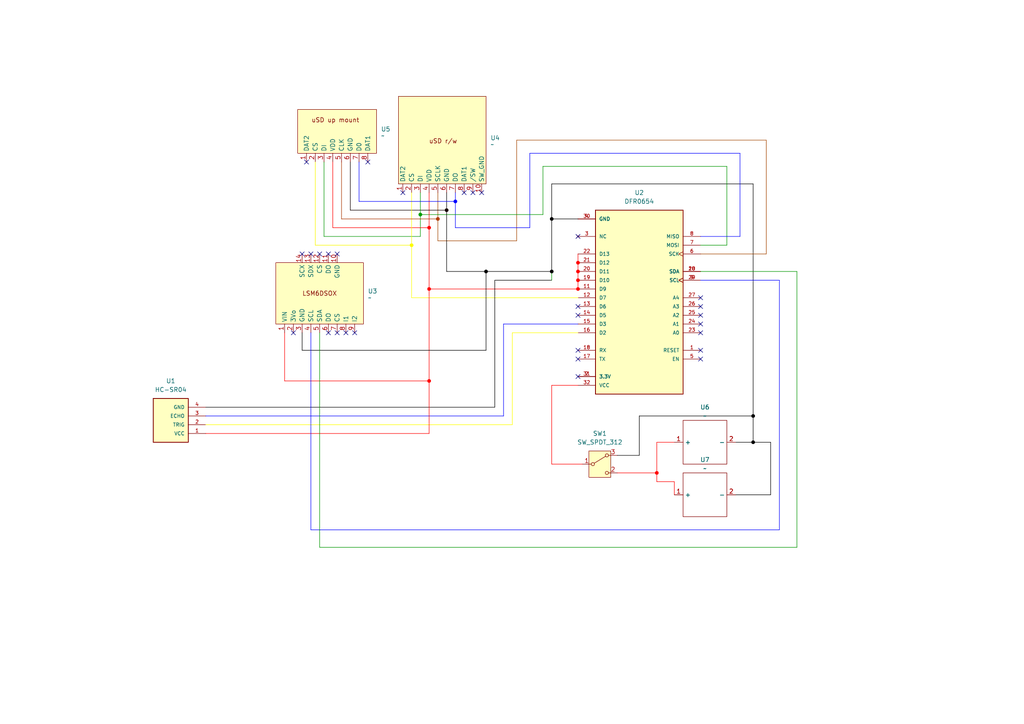
<source format=kicad_sch>
(kicad_sch
	(version 20231120)
	(generator "eeschema")
	(generator_version "8.0")
	(uuid "5f03be96-74fe-4c06-80f9-3781f1b12b86")
	(paper "A4")
	(lib_symbols
		(symbol "Singing Poles Symbols:Accelerometer"
			(exclude_from_sim no)
			(in_bom yes)
			(on_board yes)
			(property "Reference" "U"
				(at -11.43 10.16 0)
				(effects
					(font
						(size 1.27 1.27)
					)
				)
			)
			(property "Value" ""
				(at -8.128 6.35 0)
				(effects
					(font
						(size 1.27 1.27)
					)
				)
			)
			(property "Footprint" ""
				(at -8.128 6.35 0)
				(effects
					(font
						(size 1.27 1.27)
					)
					(hide yes)
				)
			)
			(property "Datasheet" ""
				(at -8.128 6.35 0)
				(effects
					(font
						(size 1.27 1.27)
					)
					(hide yes)
				)
			)
			(property "Description" ""
				(at -8.128 6.35 0)
				(effects
					(font
						(size 1.27 1.27)
					)
					(hide yes)
				)
			)
			(symbol "Accelerometer_1_1"
				(rectangle
					(start -12.7 8.89)
					(end 12.7 -8.89)
					(stroke
						(width 0)
						(type default)
					)
					(fill
						(type background)
					)
				)
				(text "LSM6DSOX"
					(at 0 0 0)
					(effects
						(font
							(size 1.27 1.27)
						)
					)
				)
				(pin input line
					(at -10.16 -11.43 90)
					(length 2.54)
					(name "VIN"
						(effects
							(font
								(size 1.27 1.27)
							)
						)
					)
					(number "1"
						(effects
							(font
								(size 1.27 1.27)
							)
						)
					)
				)
				(pin input line
					(at 5.08 11.43 270)
					(length 2.54)
					(name "GND"
						(effects
							(font
								(size 1.27 1.27)
							)
						)
					)
					(number "10"
						(effects
							(font
								(size 1.27 1.27)
							)
						)
					)
				)
				(pin input line
					(at 2.54 11.43 270)
					(length 2.54)
					(name "DO"
						(effects
							(font
								(size 1.27 1.27)
							)
						)
					)
					(number "11"
						(effects
							(font
								(size 1.27 1.27)
							)
						)
					)
				)
				(pin input line
					(at 0 11.43 270)
					(length 2.54)
					(name "CS"
						(effects
							(font
								(size 1.27 1.27)
							)
						)
					)
					(number "12"
						(effects
							(font
								(size 1.27 1.27)
							)
						)
					)
				)
				(pin input line
					(at -2.54 11.43 270)
					(length 2.54)
					(name "SDX"
						(effects
							(font
								(size 1.27 1.27)
							)
						)
					)
					(number "13"
						(effects
							(font
								(size 1.27 1.27)
							)
						)
					)
				)
				(pin input line
					(at -5.08 11.43 270)
					(length 2.54)
					(name "SCX"
						(effects
							(font
								(size 1.27 1.27)
							)
						)
					)
					(number "14"
						(effects
							(font
								(size 1.27 1.27)
							)
						)
					)
				)
				(pin input line
					(at -7.62 -11.43 90)
					(length 2.54)
					(name "3Vo"
						(effects
							(font
								(size 1.27 1.27)
							)
						)
					)
					(number "2"
						(effects
							(font
								(size 1.27 1.27)
							)
						)
					)
				)
				(pin input line
					(at -5.08 -11.43 90)
					(length 2.54)
					(name "GND"
						(effects
							(font
								(size 1.27 1.27)
							)
						)
					)
					(number "3"
						(effects
							(font
								(size 1.27 1.27)
							)
						)
					)
				)
				(pin input line
					(at -2.54 -11.43 90)
					(length 2.54)
					(name "SCL"
						(effects
							(font
								(size 1.27 1.27)
							)
						)
					)
					(number "4"
						(effects
							(font
								(size 1.27 1.27)
							)
						)
					)
				)
				(pin input line
					(at 0 -11.43 90)
					(length 2.54)
					(name "SDA"
						(effects
							(font
								(size 1.27 1.27)
							)
						)
					)
					(number "5"
						(effects
							(font
								(size 1.27 1.27)
							)
						)
					)
				)
				(pin input line
					(at 2.54 -11.43 90)
					(length 2.54)
					(name "DO"
						(effects
							(font
								(size 1.27 1.27)
							)
						)
					)
					(number "6"
						(effects
							(font
								(size 1.27 1.27)
							)
						)
					)
				)
				(pin input line
					(at 5.08 -11.43 90)
					(length 2.54)
					(name "CS"
						(effects
							(font
								(size 1.27 1.27)
							)
						)
					)
					(number "7"
						(effects
							(font
								(size 1.27 1.27)
							)
						)
					)
				)
				(pin input line
					(at 7.62 -11.43 90)
					(length 2.54)
					(name "I1"
						(effects
							(font
								(size 1.27 1.27)
							)
						)
					)
					(number "8"
						(effects
							(font
								(size 1.27 1.27)
							)
						)
					)
				)
				(pin input line
					(at 10.16 -11.43 90)
					(length 2.54)
					(name "I2"
						(effects
							(font
								(size 1.27 1.27)
							)
						)
					)
					(number "9"
						(effects
							(font
								(size 1.27 1.27)
							)
						)
					)
				)
			)
		)
		(symbol "Singing Poles Symbols:Battery"
			(exclude_from_sim no)
			(in_bom yes)
			(on_board yes)
			(property "Reference" "U"
				(at -5.08 7.874 0)
				(effects
					(font
						(size 1.27 1.27)
					)
				)
			)
			(property "Value" ""
				(at 0 0 0)
				(effects
					(font
						(size 1.27 1.27)
					)
				)
			)
			(property "Footprint" ""
				(at 0 0 0)
				(effects
					(font
						(size 1.27 1.27)
					)
					(hide yes)
				)
			)
			(property "Datasheet" ""
				(at 0 0 0)
				(effects
					(font
						(size 1.27 1.27)
					)
					(hide yes)
				)
			)
			(property "Description" ""
				(at 0 0 0)
				(effects
					(font
						(size 1.27 1.27)
					)
					(hide yes)
				)
			)
			(symbol "Battery_0_1"
				(rectangle
					(start -6.35 6.35)
					(end 6.35 -6.35)
					(stroke
						(width 0)
						(type default)
					)
					(fill
						(type none)
					)
				)
			)
			(symbol "Battery_1_1"
				(pin input line
					(at -8.89 0 0)
					(length 2.54)
					(name "+"
						(effects
							(font
								(size 1.27 1.27)
							)
						)
					)
					(number "1"
						(effects
							(font
								(size 1.27 1.27)
							)
						)
					)
				)
				(pin input line
					(at 8.89 0 180)
					(length 2.54)
					(name "-"
						(effects
							(font
								(size 1.27 1.27)
							)
						)
					)
					(number "2"
						(effects
							(font
								(size 1.27 1.27)
							)
						)
					)
				)
			)
		)
		(symbol "Singing Poles Symbols:DFR0654"
			(pin_names
				(offset 1.016)
			)
			(exclude_from_sim no)
			(in_bom yes)
			(on_board yes)
			(property "Reference" "U"
				(at -12.7 26.162 0)
				(effects
					(font
						(size 1.27 1.27)
					)
					(justify left bottom)
				)
			)
			(property "Value" "DFR0654"
				(at -12.7 -30.48 0)
				(effects
					(font
						(size 1.27 1.27)
					)
					(justify left bottom)
				)
			)
			(property "Footprint" ""
				(at 2.032 0.508 0)
				(effects
					(font
						(size 1.27 1.27)
					)
					(justify bottom)
					(hide yes)
				)
			)
			(property "Datasheet" ""
				(at 0 0 0)
				(effects
					(font
						(size 1.27 1.27)
					)
					(hide yes)
				)
			)
			(property "Description" ""
				(at 0 0 0)
				(effects
					(font
						(size 1.27 1.27)
					)
					(hide yes)
				)
			)
			(property "MF" ""
				(at 12.192 10.16 0)
				(effects
					(font
						(size 1.27 1.27)
					)
					(justify bottom)
					(hide yes)
				)
			)
			(property "Description_1" ""
				(at 0 0 0)
				(effects
					(font
						(size 1.27 1.27)
					)
					(justify bottom)
					(hide yes)
				)
			)
			(property "Package" ""
				(at 11.43 9.652 0)
				(effects
					(font
						(size 1.27 1.27)
					)
					(justify bottom)
					(hide yes)
				)
			)
			(property "Price" ""
				(at 12.7 9.652 0)
				(effects
					(font
						(size 1.27 1.27)
					)
					(justify bottom)
					(hide yes)
				)
			)
			(property "Check_prices" ""
				(at 0 0 0)
				(effects
					(font
						(size 1.27 1.27)
					)
					(justify bottom)
					(hide yes)
				)
			)
			(property "STANDARD" ""
				(at 0 0 0)
				(effects
					(font
						(size 1.27 1.27)
					)
					(justify bottom)
					(hide yes)
				)
			)
			(property "SnapEDA_Link" ""
				(at 0 0 0)
				(effects
					(font
						(size 1.27 1.27)
					)
					(justify bottom)
					(hide yes)
				)
			)
			(property "MP" ""
				(at 27.432 9.398 0)
				(effects
					(font
						(size 1.27 1.27)
					)
					(justify bottom)
					(hide yes)
				)
			)
			(property "Purchase-URL" ""
				(at 0 0 0)
				(effects
					(font
						(size 1.27 1.27)
					)
					(justify bottom)
					(hide yes)
				)
			)
			(property "Availability" ""
				(at 13.462 10.16 0)
				(effects
					(font
						(size 1.27 1.27)
					)
					(justify bottom)
					(hide yes)
				)
			)
			(property "MANUFACTURER" ""
				(at 11.684 9.906 0)
				(effects
					(font
						(size 1.27 1.27)
					)
					(justify bottom)
					(hide yes)
				)
			)
			(symbol "DFR0654_0_0"
				(rectangle
					(start -12.7 25.4)
					(end 12.7 -27.94)
					(stroke
						(width 0.254)
						(type default)
					)
					(fill
						(type background)
					)
				)
				(pin input line
					(at -17.78 12.7 0)
					(length 5.08)
					(name "RESET"
						(effects
							(font
								(size 1.016 1.016)
							)
						)
					)
					(number "1"
						(effects
							(font
								(size 1.016 1.016)
							)
						)
					)
				)
				(pin bidirectional line
					(at -17.78 -10.16 0)
					(length 5.08)
					(name "SDA"
						(effects
							(font
								(size 1.016 1.016)
							)
						)
					)
					(number "10"
						(effects
							(font
								(size 1.016 1.016)
							)
						)
					)
				)
				(pin bidirectional line
					(at 17.78 -5.08 180)
					(length 5.08)
					(name "D9"
						(effects
							(font
								(size 1.016 1.016)
							)
						)
					)
					(number "11"
						(effects
							(font
								(size 1.016 1.016)
							)
						)
					)
				)
				(pin bidirectional line
					(at 17.78 -2.54 180)
					(length 5.08)
					(name "D7"
						(effects
							(font
								(size 1.016 1.016)
							)
						)
					)
					(number "12"
						(effects
							(font
								(size 1.016 1.016)
							)
						)
					)
				)
				(pin bidirectional line
					(at 17.78 0 180)
					(length 5.08)
					(name "D6"
						(effects
							(font
								(size 1.016 1.016)
							)
						)
					)
					(number "13"
						(effects
							(font
								(size 1.016 1.016)
							)
						)
					)
				)
				(pin bidirectional line
					(at 17.78 2.54 180)
					(length 5.08)
					(name "D5"
						(effects
							(font
								(size 1.016 1.016)
							)
						)
					)
					(number "14"
						(effects
							(font
								(size 1.016 1.016)
							)
						)
					)
				)
				(pin bidirectional line
					(at 17.78 5.08 180)
					(length 5.08)
					(name "D3"
						(effects
							(font
								(size 1.016 1.016)
							)
						)
					)
					(number "15"
						(effects
							(font
								(size 1.016 1.016)
							)
						)
					)
				)
				(pin bidirectional line
					(at 17.78 7.62 180)
					(length 5.08)
					(name "D2"
						(effects
							(font
								(size 1.016 1.016)
							)
						)
					)
					(number "16"
						(effects
							(font
								(size 1.016 1.016)
							)
						)
					)
				)
				(pin output line
					(at 17.78 15.24 180)
					(length 5.08)
					(name "TX"
						(effects
							(font
								(size 1.016 1.016)
							)
						)
					)
					(number "17"
						(effects
							(font
								(size 1.016 1.016)
							)
						)
					)
				)
				(pin input line
					(at 17.78 12.7 180)
					(length 5.08)
					(name "RX"
						(effects
							(font
								(size 1.016 1.016)
							)
						)
					)
					(number "18"
						(effects
							(font
								(size 1.016 1.016)
							)
						)
					)
				)
				(pin bidirectional line
					(at 17.78 -7.62 180)
					(length 5.08)
					(name "D10"
						(effects
							(font
								(size 1.016 1.016)
							)
						)
					)
					(number "19"
						(effects
							(font
								(size 1.016 1.016)
							)
						)
					)
				)
				(pin power_in line
					(at 17.78 20.32 180)
					(length 5.08)
					(name "3.3V"
						(effects
							(font
								(size 1.016 1.016)
							)
						)
					)
					(number "2"
						(effects
							(font
								(size 1.016 1.016)
							)
						)
					)
				)
				(pin bidirectional line
					(at 17.78 -10.16 180)
					(length 5.08)
					(name "D11"
						(effects
							(font
								(size 1.016 1.016)
							)
						)
					)
					(number "20"
						(effects
							(font
								(size 1.016 1.016)
							)
						)
					)
				)
				(pin bidirectional line
					(at 17.78 -12.7 180)
					(length 5.08)
					(name "D12"
						(effects
							(font
								(size 1.016 1.016)
							)
						)
					)
					(number "21"
						(effects
							(font
								(size 1.016 1.016)
							)
						)
					)
				)
				(pin bidirectional line
					(at 17.78 -15.24 180)
					(length 5.08)
					(name "D13"
						(effects
							(font
								(size 1.016 1.016)
							)
						)
					)
					(number "22"
						(effects
							(font
								(size 1.016 1.016)
							)
						)
					)
				)
				(pin input line
					(at -17.78 7.62 0)
					(length 5.08)
					(name "A0"
						(effects
							(font
								(size 1.016 1.016)
							)
						)
					)
					(number "23"
						(effects
							(font
								(size 1.016 1.016)
							)
						)
					)
				)
				(pin input line
					(at -17.78 5.08 0)
					(length 5.08)
					(name "A1"
						(effects
							(font
								(size 1.016 1.016)
							)
						)
					)
					(number "24"
						(effects
							(font
								(size 1.016 1.016)
							)
						)
					)
				)
				(pin input line
					(at -17.78 2.54 0)
					(length 5.08)
					(name "A2"
						(effects
							(font
								(size 1.016 1.016)
							)
						)
					)
					(number "25"
						(effects
							(font
								(size 1.016 1.016)
							)
						)
					)
				)
				(pin input line
					(at -17.78 0 0)
					(length 5.08)
					(name "A3"
						(effects
							(font
								(size 1.016 1.016)
							)
						)
					)
					(number "26"
						(effects
							(font
								(size 1.016 1.016)
							)
						)
					)
				)
				(pin input line
					(at -17.78 -2.54 0)
					(length 5.08)
					(name "A4"
						(effects
							(font
								(size 1.016 1.016)
							)
						)
					)
					(number "27"
						(effects
							(font
								(size 1.016 1.016)
							)
						)
					)
				)
				(pin bidirectional line
					(at -17.78 -10.16 0)
					(length 5.08)
					(name "SDA"
						(effects
							(font
								(size 1.016 1.016)
							)
						)
					)
					(number "28"
						(effects
							(font
								(size 1.016 1.016)
							)
						)
					)
				)
				(pin input clock
					(at -17.78 -7.62 0)
					(length 5.08)
					(name "SCL"
						(effects
							(font
								(size 1.016 1.016)
							)
						)
					)
					(number "29"
						(effects
							(font
								(size 1.016 1.016)
							)
						)
					)
				)
				(pin no_connect line
					(at 17.78 -20.32 180)
					(length 5.08)
					(name "NC"
						(effects
							(font
								(size 1.016 1.016)
							)
						)
					)
					(number "3"
						(effects
							(font
								(size 1.016 1.016)
							)
						)
					)
				)
				(pin power_in line
					(at 17.78 -25.4 180)
					(length 5.08)
					(name "GND"
						(effects
							(font
								(size 1.016 1.016)
							)
						)
					)
					(number "30"
						(effects
							(font
								(size 1.016 1.016)
							)
						)
					)
				)
				(pin power_in line
					(at 17.78 20.32 180)
					(length 5.08)
					(name "3.3V"
						(effects
							(font
								(size 1.016 1.016)
							)
						)
					)
					(number "31"
						(effects
							(font
								(size 1.016 1.016)
							)
						)
					)
				)
				(pin power_in line
					(at 17.78 22.86 180)
					(length 5.08)
					(name "VCC"
						(effects
							(font
								(size 1.016 1.016)
							)
						)
					)
					(number "32"
						(effects
							(font
								(size 1.016 1.016)
							)
						)
					)
				)
				(pin power_in line
					(at 17.78 -25.4 180)
					(length 5.08)
					(name "GND"
						(effects
							(font
								(size 1.016 1.016)
							)
						)
					)
					(number "4"
						(effects
							(font
								(size 1.016 1.016)
							)
						)
					)
				)
				(pin input line
					(at -17.78 15.24 0)
					(length 5.08)
					(name "EN"
						(effects
							(font
								(size 1.016 1.016)
							)
						)
					)
					(number "5"
						(effects
							(font
								(size 1.016 1.016)
							)
						)
					)
				)
				(pin input clock
					(at -17.78 -15.24 0)
					(length 5.08)
					(name "SCK"
						(effects
							(font
								(size 1.016 1.016)
							)
						)
					)
					(number "6"
						(effects
							(font
								(size 1.016 1.016)
							)
						)
					)
				)
				(pin input line
					(at -17.78 -17.78 0)
					(length 5.08)
					(name "MOSI"
						(effects
							(font
								(size 1.016 1.016)
							)
						)
					)
					(number "7"
						(effects
							(font
								(size 1.016 1.016)
							)
						)
					)
				)
				(pin output line
					(at -17.78 -20.32 0)
					(length 5.08)
					(name "MISO"
						(effects
							(font
								(size 1.016 1.016)
							)
						)
					)
					(number "8"
						(effects
							(font
								(size 1.016 1.016)
							)
						)
					)
				)
				(pin input clock
					(at -17.78 -7.62 0)
					(length 5.08)
					(name "SCL"
						(effects
							(font
								(size 1.016 1.016)
							)
						)
					)
					(number "9"
						(effects
							(font
								(size 1.016 1.016)
							)
						)
					)
				)
			)
		)
		(symbol "Singing Poles Symbols:HC-SR04"
			(pin_names
				(offset 1.016)
			)
			(exclude_from_sim no)
			(in_bom yes)
			(on_board yes)
			(property "Reference" "U2"
				(at 0 5.0813 0)
				(effects
					(font
						(size 1.27 1.27)
					)
					(justify left bottom)
				)
			)
			(property "Value" "HC-SR04"
				(at 0 -10.163 0)
				(effects
					(font
						(size 1.27 1.27)
					)
					(justify left bottom)
				)
			)
			(property "Footprint" ""
				(at -9.144 9.652 0)
				(effects
					(font
						(size 1.27 1.27)
					)
					(justify bottom)
					(hide yes)
				)
			)
			(property "Datasheet" ""
				(at 0 0 0)
				(effects
					(font
						(size 1.27 1.27)
					)
					(hide yes)
				)
			)
			(property "Description" ""
				(at 0 0 0)
				(effects
					(font
						(size 1.27 1.27)
					)
					(hide yes)
				)
			)
			(property "MF" ""
				(at 17.018 9.906 0)
				(effects
					(font
						(size 1.27 1.27)
					)
					(justify bottom)
					(hide yes)
				)
			)
			(property "Description_1" ""
				(at 0.762 -12.446 0)
				(effects
					(font
						(size 1.27 1.27)
					)
					(justify bottom)
					(hide yes)
				)
			)
			(property "Package" ""
				(at 31.496 -2.032 0)
				(effects
					(font
						(size 1.27 1.27)
					)
					(justify bottom)
					(hide yes)
				)
			)
			(property "Price" ""
				(at 0 0 0)
				(effects
					(font
						(size 1.27 1.27)
					)
					(justify bottom)
					(hide yes)
				)
			)
			(property "Check_prices" ""
				(at 1.016 13.462 0)
				(effects
					(font
						(size 1.27 1.27)
					)
					(justify bottom)
					(hide yes)
				)
			)
			(property "SnapEDA_Link" ""
				(at 9.652 15.494 0)
				(effects
					(font
						(size 1.27 1.27)
					)
					(justify bottom)
					(hide yes)
				)
			)
			(property "MP" ""
				(at 16.764 6.35 0)
				(effects
					(font
						(size 1.27 1.27)
					)
					(justify bottom)
					(hide yes)
				)
			)
			(property "Availability" ""
				(at 30.988 3.302 0)
				(effects
					(font
						(size 1.27 1.27)
					)
					(justify bottom)
					(hide yes)
				)
			)
			(property "MANUFACTURER" " "
				(at 29.21 6.858 0)
				(effects
					(font
						(size 1.27 1.27)
					)
					(justify bottom)
					(hide yes)
				)
			)
			(symbol "HC-SR04_0_0"
				(rectangle
					(start 0 -7.62)
					(end 10.16 5.08)
					(stroke
						(width 0.254)
						(type default)
					)
					(fill
						(type background)
					)
				)
				(pin power_in line
					(at -5.08 2.54 0)
					(length 5.08)
					(name "VCC"
						(effects
							(font
								(size 1.016 1.016)
							)
						)
					)
					(number "1"
						(effects
							(font
								(size 1.016 1.016)
							)
						)
					)
				)
				(pin bidirectional line
					(at -5.08 0 0)
					(length 5.08)
					(name "TRIG"
						(effects
							(font
								(size 1.016 1.016)
							)
						)
					)
					(number "2"
						(effects
							(font
								(size 1.016 1.016)
							)
						)
					)
				)
				(pin bidirectional line
					(at -5.08 -2.54 0)
					(length 5.08)
					(name "ECHO"
						(effects
							(font
								(size 1.016 1.016)
							)
						)
					)
					(number "3"
						(effects
							(font
								(size 1.016 1.016)
							)
						)
					)
				)
				(pin power_in line
					(at -5.08 -5.08 0)
					(length 5.08)
					(name "GND"
						(effects
							(font
								(size 1.016 1.016)
							)
						)
					)
					(number "4"
						(effects
							(font
								(size 1.016 1.016)
							)
						)
					)
				)
			)
		)
		(symbol "Singing Poles Symbols:uSD_r/w"
			(exclude_from_sim no)
			(in_bom yes)
			(on_board yes)
			(property "Reference" "U"
				(at -11.43 14.224 0)
				(effects
					(font
						(size 1.27 1.27)
					)
				)
			)
			(property "Value" ""
				(at -11.43 14.224 0)
				(effects
					(font
						(size 1.27 1.27)
					)
				)
			)
			(property "Footprint" ""
				(at -11.43 14.224 0)
				(effects
					(font
						(size 1.27 1.27)
					)
					(hide yes)
				)
			)
			(property "Datasheet" ""
				(at -11.43 14.224 0)
				(effects
					(font
						(size 1.27 1.27)
					)
					(hide yes)
				)
			)
			(property "Description" ""
				(at -11.43 14.224 0)
				(effects
					(font
						(size 1.27 1.27)
					)
					(hide yes)
				)
			)
			(symbol "uSD_r/w_1_1"
				(rectangle
					(start -12.7 12.7)
					(end 12.7 -12.7)
					(stroke
						(width 0)
						(type default)
					)
					(fill
						(type background)
					)
				)
				(text "uSD r/w"
					(at 0.254 -0.254 0)
					(effects
						(font
							(size 1.27 1.27)
						)
					)
				)
				(pin input line
					(at -11.43 -15.24 90)
					(length 2.54)
					(name "DAT2"
						(effects
							(font
								(size 1.27 1.27)
							)
						)
					)
					(number "1"
						(effects
							(font
								(size 1.27 1.27)
							)
						)
					)
				)
				(pin input line
					(at 11.43 -15.24 90)
					(length 2.54)
					(name "SW_GND"
						(effects
							(font
								(size 1.27 1.27)
							)
						)
					)
					(number "10"
						(effects
							(font
								(size 1.27 1.27)
							)
						)
					)
				)
				(pin input line
					(at -8.89 -15.24 90)
					(length 2.54)
					(name "CS"
						(effects
							(font
								(size 1.27 1.27)
							)
						)
					)
					(number "2"
						(effects
							(font
								(size 1.27 1.27)
							)
						)
					)
				)
				(pin input line
					(at -6.35 -15.24 90)
					(length 2.54)
					(name "DI"
						(effects
							(font
								(size 1.27 1.27)
							)
						)
					)
					(number "3"
						(effects
							(font
								(size 1.27 1.27)
							)
						)
					)
				)
				(pin input line
					(at -3.81 -15.24 90)
					(length 2.54)
					(name "VDD"
						(effects
							(font
								(size 1.27 1.27)
							)
						)
					)
					(number "4"
						(effects
							(font
								(size 1.27 1.27)
							)
						)
					)
				)
				(pin input line
					(at -1.27 -15.24 90)
					(length 2.54)
					(name "SCLK"
						(effects
							(font
								(size 1.27 1.27)
							)
						)
					)
					(number "5"
						(effects
							(font
								(size 1.27 1.27)
							)
						)
					)
				)
				(pin input line
					(at 1.27 -15.24 90)
					(length 2.54)
					(name "GND"
						(effects
							(font
								(size 1.27 1.27)
							)
						)
					)
					(number "6"
						(effects
							(font
								(size 1.27 1.27)
							)
						)
					)
				)
				(pin input line
					(at 3.81 -15.24 90)
					(length 2.54)
					(name "DO"
						(effects
							(font
								(size 1.27 1.27)
							)
						)
					)
					(number "7"
						(effects
							(font
								(size 1.27 1.27)
							)
						)
					)
				)
				(pin input line
					(at 6.35 -15.24 90)
					(length 2.54)
					(name "DAT1"
						(effects
							(font
								(size 1.27 1.27)
							)
						)
					)
					(number "8"
						(effects
							(font
								(size 1.27 1.27)
							)
						)
					)
				)
				(pin input line
					(at 8.89 -15.24 90)
					(length 2.54)
					(name "/SW"
						(effects
							(font
								(size 1.27 1.27)
							)
						)
					)
					(number "9"
						(effects
							(font
								(size 1.27 1.27)
							)
						)
					)
				)
			)
		)
		(symbol "Singing Poles Symbols:uSD_up_mount"
			(exclude_from_sim no)
			(in_bom yes)
			(on_board yes)
			(property "Reference" "U"
				(at -10.414 7.62 0)
				(effects
					(font
						(size 1.27 1.27)
					)
				)
			)
			(property "Value" ""
				(at 1.27 6.35 0)
				(effects
					(font
						(size 1.27 1.27)
					)
				)
			)
			(property "Footprint" ""
				(at 1.27 6.35 0)
				(effects
					(font
						(size 1.27 1.27)
					)
					(hide yes)
				)
			)
			(property "Datasheet" ""
				(at 1.27 6.35 0)
				(effects
					(font
						(size 1.27 1.27)
					)
					(hide yes)
				)
			)
			(property "Description" ""
				(at 1.27 6.35 0)
				(effects
					(font
						(size 1.27 1.27)
					)
					(hide yes)
				)
			)
			(symbol "uSD_up_mount_1_1"
				(rectangle
					(start -11.43 6.35)
					(end 11.43 -6.35)
					(stroke
						(width 0)
						(type default)
					)
					(fill
						(type background)
					)
				)
				(text "uSD up mount"
					(at -0.508 3.302 0)
					(effects
						(font
							(size 1.27 1.27)
						)
					)
				)
				(pin input line
					(at -8.89 -8.89 90)
					(length 2.54)
					(name "DAT2"
						(effects
							(font
								(size 1.27 1.27)
							)
						)
					)
					(number "1"
						(effects
							(font
								(size 1.27 1.27)
							)
						)
					)
				)
				(pin input line
					(at -6.35 -8.89 90)
					(length 2.54)
					(name "CS"
						(effects
							(font
								(size 1.27 1.27)
							)
						)
					)
					(number "2"
						(effects
							(font
								(size 1.27 1.27)
							)
						)
					)
				)
				(pin input line
					(at -3.81 -8.89 90)
					(length 2.54)
					(name "DI"
						(effects
							(font
								(size 1.27 1.27)
							)
						)
					)
					(number "3"
						(effects
							(font
								(size 1.27 1.27)
							)
						)
					)
				)
				(pin input line
					(at -1.27 -8.89 90)
					(length 2.54)
					(name "VDD"
						(effects
							(font
								(size 1.27 1.27)
							)
						)
					)
					(number "4"
						(effects
							(font
								(size 1.27 1.27)
							)
						)
					)
				)
				(pin input line
					(at 1.27 -8.89 90)
					(length 2.54)
					(name "CLK"
						(effects
							(font
								(size 1.27 1.27)
							)
						)
					)
					(number "5"
						(effects
							(font
								(size 1.27 1.27)
							)
						)
					)
				)
				(pin input line
					(at 3.81 -8.89 90)
					(length 2.54)
					(name "GND"
						(effects
							(font
								(size 1.27 1.27)
							)
						)
					)
					(number "6"
						(effects
							(font
								(size 1.27 1.27)
							)
						)
					)
				)
				(pin input line
					(at 6.35 -8.89 90)
					(length 2.54)
					(name "D0"
						(effects
							(font
								(size 1.27 1.27)
							)
						)
					)
					(number "7"
						(effects
							(font
								(size 1.27 1.27)
							)
						)
					)
				)
				(pin input line
					(at 8.89 -8.89 90)
					(length 2.54)
					(name "DAT1"
						(effects
							(font
								(size 1.27 1.27)
							)
						)
					)
					(number "8"
						(effects
							(font
								(size 1.27 1.27)
							)
						)
					)
				)
			)
		)
		(symbol "Switch:SW_SPDT_312"
			(pin_names
				(offset 1) hide)
			(exclude_from_sim no)
			(in_bom yes)
			(on_board yes)
			(property "Reference" "SW"
				(at 0 5.08 0)
				(effects
					(font
						(size 1.27 1.27)
					)
				)
			)
			(property "Value" "SW_SPDT_312"
				(at 0 -5.08 0)
				(effects
					(font
						(size 1.27 1.27)
					)
				)
			)
			(property "Footprint" ""
				(at 0 -10.16 0)
				(effects
					(font
						(size 1.27 1.27)
					)
					(hide yes)
				)
			)
			(property "Datasheet" "~"
				(at 0 -7.62 0)
				(effects
					(font
						(size 1.27 1.27)
					)
					(hide yes)
				)
			)
			(property "Description" "Switch, single pole double throw"
				(at 0 0 0)
				(effects
					(font
						(size 1.27 1.27)
					)
					(hide yes)
				)
			)
			(property "ki_keywords" "changeover single-pole double-throw spdt ON-ON"
				(at 0 0 0)
				(effects
					(font
						(size 1.27 1.27)
					)
					(hide yes)
				)
			)
			(symbol "SW_SPDT_312_0_1"
				(circle
					(center -2.032 0)
					(radius 0.4572)
					(stroke
						(width 0)
						(type default)
					)
					(fill
						(type none)
					)
				)
				(polyline
					(pts
						(xy -1.651 0.254) (xy 1.651 2.286)
					)
					(stroke
						(width 0)
						(type default)
					)
					(fill
						(type none)
					)
				)
				(circle
					(center 2.032 -2.54)
					(radius 0.4572)
					(stroke
						(width 0)
						(type default)
					)
					(fill
						(type none)
					)
				)
				(circle
					(center 2.032 2.54)
					(radius 0.4572)
					(stroke
						(width 0)
						(type default)
					)
					(fill
						(type none)
					)
				)
			)
			(symbol "SW_SPDT_312_1_1"
				(rectangle
					(start -3.175 3.81)
					(end 3.175 -3.81)
					(stroke
						(width 0)
						(type default)
					)
					(fill
						(type background)
					)
				)
				(pin passive line
					(at -5.08 0 0)
					(length 2.54)
					(name "B"
						(effects
							(font
								(size 1.27 1.27)
							)
						)
					)
					(number "1"
						(effects
							(font
								(size 1.27 1.27)
							)
						)
					)
				)
				(pin passive line
					(at 5.08 -2.54 180)
					(length 2.54)
					(name "C"
						(effects
							(font
								(size 1.27 1.27)
							)
						)
					)
					(number "2"
						(effects
							(font
								(size 1.27 1.27)
							)
						)
					)
				)
				(pin passive line
					(at 5.08 2.54 180)
					(length 2.54)
					(name "A"
						(effects
							(font
								(size 1.27 1.27)
							)
						)
					)
					(number "3"
						(effects
							(font
								(size 1.27 1.27)
							)
						)
					)
				)
			)
		)
	)
	(junction
		(at 124.46 66.04)
		(diameter 0)
		(color 255 0 0 1)
		(uuid "1405577d-bedb-4ba4-bfdb-d872ef4e2b7f")
	)
	(junction
		(at 167.64 76.2)
		(diameter 0)
		(color 255 0 0 1)
		(uuid "1982e907-ddb3-4d40-a9a2-0b1af0e329bc")
	)
	(junction
		(at 218.44 120.65)
		(diameter 0)
		(color 0 0 0 1)
		(uuid "28431e1c-e467-4f41-bfdf-d42647a50d9f")
	)
	(junction
		(at 119.38 71.12)
		(diameter 0)
		(color 249 247 0 1)
		(uuid "3d67abde-536a-43c4-abd3-1fb37993a920")
	)
	(junction
		(at 121.92 62.23)
		(diameter 0)
		(color 0 0 0 0)
		(uuid "5c2c6644-f4a3-4428-8230-53ddbad4517e")
	)
	(junction
		(at 140.97 78.74)
		(diameter 0)
		(color 0 0 0 1)
		(uuid "8b818058-b1d7-4087-8e44-f52d6d46e659")
	)
	(junction
		(at 124.46 83.82)
		(diameter 0)
		(color 255 0 0 1)
		(uuid "a2ede21e-461e-4f2e-a16e-fb569095caa8")
	)
	(junction
		(at 127 63.5)
		(diameter 0)
		(color 169 52 0 1)
		(uuid "abeaaa3b-a840-4833-b879-d6e2814560b8")
	)
	(junction
		(at 167.64 81.28)
		(diameter 0)
		(color 255 0 0 1)
		(uuid "ac07ccf3-b721-4e97-99ee-e6cd4705ff24")
	)
	(junction
		(at 167.64 78.74)
		(diameter 0)
		(color 255 0 0 1)
		(uuid "af6f5a6d-0016-4ce9-9f93-8636b0cbcfcc")
	)
	(junction
		(at 132.08 58.42)
		(diameter 0)
		(color 0 0 255 1)
		(uuid "b2819419-3f89-42c7-82c6-24948767a7f6")
	)
	(junction
		(at 129.54 60.96)
		(diameter 0)
		(color 14 0 0 1)
		(uuid "b9594a3e-b8a1-4f64-ba5a-059f30f41d3b")
	)
	(junction
		(at 167.64 83.82)
		(diameter 0)
		(color 255 0 0 1)
		(uuid "cdd87bb3-7c1b-43f5-9d86-96155e0fb360")
	)
	(junction
		(at 218.44 128.27)
		(diameter 0)
		(color 0 0 0 1)
		(uuid "ce95b598-252a-4c17-8894-d5b05a2c24ff")
	)
	(junction
		(at 160.02 78.74)
		(diameter 0)
		(color 0 0 0 1)
		(uuid "d334c77e-7503-4ab4-89e1-0796e859b768")
	)
	(junction
		(at 124.46 110.49)
		(diameter 0)
		(color 255 0 0 1)
		(uuid "e1eb7363-a464-4ba2-ad78-6dcf34b79bc7")
	)
	(junction
		(at 190.5 137.16)
		(diameter 0)
		(color 255 0 0 1)
		(uuid "e9cb0d06-00fc-40d9-9719-6dd5b03879a1")
	)
	(junction
		(at 160.02 63.5)
		(diameter 0)
		(color 0 0 0 1)
		(uuid "f1fcfe8f-2f55-4b9a-990f-8937a7350736")
	)
	(no_connect
		(at 203.2 93.98)
		(uuid "00e25515-a59d-409f-9206-dcb15a509ea6")
	)
	(no_connect
		(at 134.62 55.88)
		(uuid "02585c06-d163-457c-b60e-971e915eb6af")
	)
	(no_connect
		(at 97.79 96.52)
		(uuid "0da6c1b0-5ece-44e0-8cbf-089396ecb290")
	)
	(no_connect
		(at 102.87 96.52)
		(uuid "1851d984-f503-48ee-85e1-76b9e11a8c9b")
	)
	(no_connect
		(at 85.09 96.52)
		(uuid "21cbab7e-d265-4f73-b87b-ac3a9432566e")
	)
	(no_connect
		(at 90.17 73.66)
		(uuid "3a8c7e73-1e01-4e45-9113-d011e585c1e7")
	)
	(no_connect
		(at 203.2 91.44)
		(uuid "3e80927e-c09e-47aa-b9a8-91228a4979d1")
	)
	(no_connect
		(at 100.33 96.52)
		(uuid "40a7a08f-6ba5-41e2-a5e1-d2023facd354")
	)
	(no_connect
		(at 97.79 73.66)
		(uuid "51a69224-559b-41cc-8fad-5d05d6017596")
	)
	(no_connect
		(at 167.64 101.6)
		(uuid "72341b54-d741-443a-888a-e8012e521991")
	)
	(no_connect
		(at 87.63 73.66)
		(uuid "7307a157-70d6-4ea4-a88a-85ac58e08b57")
	)
	(no_connect
		(at 137.16 55.88)
		(uuid "775d021f-3db8-4d33-9f85-3402af4619ad")
	)
	(no_connect
		(at 203.2 104.14)
		(uuid "82fbde4a-342e-472c-b753-7b8ab0632325")
	)
	(no_connect
		(at 167.64 88.9)
		(uuid "84726c82-1a7f-4109-89ac-8f99bba6a023")
	)
	(no_connect
		(at 203.2 101.6)
		(uuid "95e6843b-1ba6-4430-9724-539ad7528dee")
	)
	(no_connect
		(at 95.25 96.52)
		(uuid "96d8c2ff-5a5e-413a-814e-5c09f293f0c8")
	)
	(no_connect
		(at 139.7 55.88)
		(uuid "98d13c71-938d-490e-9408-8c146d1fb78e")
	)
	(no_connect
		(at 203.2 96.52)
		(uuid "a21e0824-340d-45be-8064-943d9e3d1610")
	)
	(no_connect
		(at 203.2 86.36)
		(uuid "aeaf8671-e3ab-4300-ba6c-c7276e8d77e3")
	)
	(no_connect
		(at 167.64 91.44)
		(uuid "b2c500d2-937b-4353-aad6-5baa4ef1d239")
	)
	(no_connect
		(at 116.84 55.88)
		(uuid "cc96440f-b75d-4192-ac63-ebd4bb215552")
	)
	(no_connect
		(at 95.25 73.66)
		(uuid "db521e12-ddde-4d94-9893-20e300e1eca1")
	)
	(no_connect
		(at 203.2 88.9)
		(uuid "deb0d3fd-cf53-42e8-be74-78da68f81ff0")
	)
	(no_connect
		(at 92.71 73.66)
		(uuid "e06c0205-e25f-406b-975e-5190ff41e551")
	)
	(no_connect
		(at 167.64 104.14)
		(uuid "e139c81e-81e5-470e-881a-6f7e43e91409")
	)
	(no_connect
		(at 167.64 109.22)
		(uuid "ea4658bc-f6c5-430a-9691-16029cecf0fa")
	)
	(no_connect
		(at 106.68 46.99)
		(uuid "efc4db61-9666-4c43-b7e2-0d05170d8c45")
	)
	(no_connect
		(at 88.9 46.99)
		(uuid "f8500b19-b209-42a1-835b-2a5b5c2cc562")
	)
	(no_connect
		(at 167.64 68.58)
		(uuid "fb89a91e-0d77-4558-9e64-3e1eb02fbc66")
	)
	(wire
		(pts
			(xy 167.64 81.28) (xy 167.64 83.82)
		)
		(stroke
			(width 0)
			(type default)
			(color 255 0 0 1)
		)
		(uuid "0022d814-bb58-43ac-8197-3d5b1ca44c6d")
	)
	(wire
		(pts
			(xy 160.02 63.5) (xy 160.02 53.34)
		)
		(stroke
			(width 0)
			(type default)
			(color 0 0 0 1)
		)
		(uuid "00bdf92f-d9ef-465d-bee9-f1a2510e394d")
	)
	(wire
		(pts
			(xy 226.06 153.67) (xy 90.17 153.67)
		)
		(stroke
			(width 0)
			(type default)
			(color 0 0 255 1)
		)
		(uuid "049d38f5-a3b0-4913-b158-c1259f85c1d7")
	)
	(wire
		(pts
			(xy 121.92 62.23) (xy 157.48 62.23)
		)
		(stroke
			(width 0)
			(type default)
		)
		(uuid "0518ec65-d045-4486-b597-aba397e265f6")
	)
	(wire
		(pts
			(xy 160.02 78.74) (xy 160.02 81.28)
		)
		(stroke
			(width 0)
			(type default)
		)
		(uuid "0a7c69fc-6155-4be8-b291-00198bb62184")
	)
	(wire
		(pts
			(xy 121.92 68.58) (xy 121.92 62.23)
		)
		(stroke
			(width 0)
			(type default)
		)
		(uuid "0abc6e1b-53aa-4210-8c8d-25438b374848")
	)
	(wire
		(pts
			(xy 132.08 58.42) (xy 132.08 66.04)
		)
		(stroke
			(width 0)
			(type default)
			(color 0 0 255 1)
		)
		(uuid "0b37b471-cae1-4430-a94c-4b3df72b9bf1")
	)
	(wire
		(pts
			(xy 223.52 128.27) (xy 218.44 128.27)
		)
		(stroke
			(width 0)
			(type default)
			(color 0 0 0 1)
		)
		(uuid "0ba733a1-4794-4473-85ea-991b08f629eb")
	)
	(wire
		(pts
			(xy 160.02 134.62) (xy 168.91 134.62)
		)
		(stroke
			(width 0)
			(type default)
			(color 255 0 0 1)
		)
		(uuid "0d788d88-9803-48cf-bb3c-06b2f3c38d9d")
	)
	(wire
		(pts
			(xy 167.64 83.82) (xy 124.46 83.82)
		)
		(stroke
			(width 0)
			(type default)
			(color 255 0 0 1)
		)
		(uuid "0e60e4cb-3da8-4476-a09b-b5af533845c6")
	)
	(wire
		(pts
			(xy 153.67 44.45) (xy 214.63 44.45)
		)
		(stroke
			(width 0)
			(type default)
			(color 0 0 255 1)
		)
		(uuid "16e79d6a-4823-4782-b52f-795368bad03a")
	)
	(wire
		(pts
			(xy 160.02 111.76) (xy 160.02 134.62)
		)
		(stroke
			(width 0)
			(type default)
			(color 255 0 0 1)
		)
		(uuid "17cc139c-ae42-42fd-9293-d67a223ae28d")
	)
	(wire
		(pts
			(xy 146.05 120.65) (xy 59.69 120.65)
		)
		(stroke
			(width 0)
			(type default)
			(color 0 0 255 1)
		)
		(uuid "1f28e85d-ddf5-4baa-a1ba-8efabe60b526")
	)
	(wire
		(pts
			(xy 190.5 128.27) (xy 190.5 137.16)
		)
		(stroke
			(width 0)
			(type default)
			(color 255 0 0 1)
		)
		(uuid "21382054-5cee-4b96-b98e-d85891a9a209")
	)
	(wire
		(pts
			(xy 223.52 128.27) (xy 223.52 143.51)
		)
		(stroke
			(width 0)
			(type default)
			(color 0 0 0 1)
		)
		(uuid "227bfdf4-7b18-4f95-994f-75268008eb42")
	)
	(wire
		(pts
			(xy 132.08 55.88) (xy 132.08 58.42)
		)
		(stroke
			(width 0)
			(type default)
			(color 0 0 255 1)
		)
		(uuid "234ee9c1-6c89-49c3-bf44-097131b3d8e4")
	)
	(wire
		(pts
			(xy 104.14 58.42) (xy 132.08 58.42)
		)
		(stroke
			(width 0)
			(type default)
			(color 0 0 255 1)
		)
		(uuid "28a3b025-245e-4326-bd32-32bba5b239d1")
	)
	(wire
		(pts
			(xy 167.64 73.66) (xy 167.64 76.2)
		)
		(stroke
			(width 0)
			(type default)
			(color 255 0 0 1)
		)
		(uuid "291b53ff-80c6-4f10-a303-ea91d55146a5")
	)
	(wire
		(pts
			(xy 96.52 46.99) (xy 96.52 66.04)
		)
		(stroke
			(width 0)
			(type default)
			(color 255 0 0 1)
		)
		(uuid "2bf465cf-2f16-4289-a217-75837f0aa607")
	)
	(wire
		(pts
			(xy 223.52 143.51) (xy 213.36 143.51)
		)
		(stroke
			(width 0)
			(type default)
			(color 0 0 0 1)
		)
		(uuid "2d7988a5-eb45-4325-935a-4f5cd72f8bcd")
	)
	(wire
		(pts
			(xy 119.38 86.36) (xy 119.38 71.12)
		)
		(stroke
			(width 0)
			(type default)
			(color 253 255 0 1)
		)
		(uuid "2e873bab-3922-4400-909d-24c41416c3f4")
	)
	(wire
		(pts
			(xy 99.06 63.5) (xy 127 63.5)
		)
		(stroke
			(width 0)
			(type default)
			(color 169 52 0 1)
		)
		(uuid "36a63e02-1a5b-4475-80b8-2ab4890fb05b")
	)
	(wire
		(pts
			(xy 127 69.85) (xy 149.86 69.85)
		)
		(stroke
			(width 0)
			(type default)
			(color 163 68 0 1)
		)
		(uuid "371eadab-00ab-4141-9a80-8881222f5555")
	)
	(wire
		(pts
			(xy 167.64 86.36) (xy 119.38 86.36)
		)
		(stroke
			(width 0)
			(type default)
			(color 253 255 0 1)
		)
		(uuid "37f24aaf-6414-462f-90b0-044dc459d5d0")
	)
	(wire
		(pts
			(xy 101.6 46.99) (xy 101.6 60.96)
		)
		(stroke
			(width 0)
			(type default)
			(color 14 0 0 1)
		)
		(uuid "380e5c28-6114-4388-9053-0f0f3cbe9d4b")
	)
	(wire
		(pts
			(xy 127 63.5) (xy 127 69.85)
		)
		(stroke
			(width 0)
			(type default)
			(color 163 68 0 1)
		)
		(uuid "38a31c0f-3745-4aa0-8ff3-baacc272ef7a")
	)
	(wire
		(pts
			(xy 218.44 120.65) (xy 218.44 128.27)
		)
		(stroke
			(width 0)
			(type default)
			(color 0 0 0 1)
		)
		(uuid "3cbbf5e3-709d-4281-9a75-80d063039415")
	)
	(wire
		(pts
			(xy 167.64 63.5) (xy 160.02 63.5)
		)
		(stroke
			(width 0)
			(type default)
			(color 0 0 0 1)
		)
		(uuid "41724113-3de3-4ee6-990d-a7e593fee220")
	)
	(wire
		(pts
			(xy 124.46 125.73) (xy 59.69 125.73)
		)
		(stroke
			(width 0)
			(type default)
			(color 255 0 0 1)
		)
		(uuid "4e242609-183f-4829-aa70-9ba114059805")
	)
	(wire
		(pts
			(xy 210.82 71.12) (xy 203.2 71.12)
		)
		(stroke
			(width 0)
			(type default)
		)
		(uuid "4e2fd124-8b95-4119-a4aa-0e327595aed6")
	)
	(wire
		(pts
			(xy 91.44 71.12) (xy 119.38 71.12)
		)
		(stroke
			(width 0)
			(type default)
			(color 249 247 0 1)
		)
		(uuid "4e36aa6e-2a1f-4d76-a5b4-023ccb8e1943")
	)
	(wire
		(pts
			(xy 190.5 137.16) (xy 179.07 137.16)
		)
		(stroke
			(width 0)
			(type default)
			(color 255 0 0 1)
		)
		(uuid "51f637b4-a3ed-4603-8a05-6961bce22149")
	)
	(wire
		(pts
			(xy 124.46 110.49) (xy 82.55 110.49)
		)
		(stroke
			(width 0)
			(type default)
			(color 255 0 0 1)
		)
		(uuid "523cebeb-3217-4203-9ee1-d75dfdaf6019")
	)
	(wire
		(pts
			(xy 129.54 60.96) (xy 129.54 78.74)
		)
		(stroke
			(width 0)
			(type default)
			(color 0 0 0 1)
		)
		(uuid "5a1a7e5a-bd34-413a-8a4a-688611c2a751")
	)
	(wire
		(pts
			(xy 185.42 132.08) (xy 185.42 120.65)
		)
		(stroke
			(width 0)
			(type default)
			(color 0 0 0 1)
		)
		(uuid "62d12179-34fb-4631-9a0a-ddd522d7d15c")
	)
	(wire
		(pts
			(xy 213.36 128.27) (xy 218.44 128.27)
		)
		(stroke
			(width 0)
			(type default)
			(color 0 0 0 1)
		)
		(uuid "6538c12e-6fe9-4e72-8506-69e06a1b52d1")
	)
	(wire
		(pts
			(xy 195.58 139.7) (xy 190.5 139.7)
		)
		(stroke
			(width 0)
			(type default)
			(color 255 0 0 1)
		)
		(uuid "6631b9f1-2f08-4092-8f58-543fb905d4b6")
	)
	(wire
		(pts
			(xy 127 55.88) (xy 127 63.5)
		)
		(stroke
			(width 0)
			(type default)
			(color 163 68 0 1)
		)
		(uuid "67e72e48-996c-47aa-b631-9212219a7b75")
	)
	(wire
		(pts
			(xy 91.44 46.99) (xy 91.44 71.12)
		)
		(stroke
			(width 0)
			(type default)
			(color 249 247 0 1)
		)
		(uuid "691c625a-0539-4166-99c1-6fae67b5a70e")
	)
	(wire
		(pts
			(xy 149.86 40.64) (xy 222.25 40.64)
		)
		(stroke
			(width 0)
			(type default)
			(color 163 68 0 1)
		)
		(uuid "6aae47f4-759e-44b4-a1d2-27422ae35ff9")
	)
	(wire
		(pts
			(xy 157.48 48.26) (xy 210.82 48.26)
		)
		(stroke
			(width 0)
			(type default)
		)
		(uuid "6d4f1267-7df9-4eca-9451-8385dc950b49")
	)
	(wire
		(pts
			(xy 124.46 83.82) (xy 124.46 110.49)
		)
		(stroke
			(width 0)
			(type default)
			(color 255 0 0 1)
		)
		(uuid "751d4a83-756a-436e-a937-25ec5a58456b")
	)
	(wire
		(pts
			(xy 132.08 66.04) (xy 153.67 66.04)
		)
		(stroke
			(width 0)
			(type default)
			(color 0 0 255 1)
		)
		(uuid "76aed934-813e-4325-a263-eb4bff72b92e")
	)
	(wire
		(pts
			(xy 143.51 118.11) (xy 143.51 81.28)
		)
		(stroke
			(width 0)
			(type default)
			(color 0 0 0 1)
		)
		(uuid "7c92734e-ab0e-41ea-a30d-8d397be6f034")
	)
	(wire
		(pts
			(xy 148.59 96.52) (xy 148.59 123.19)
		)
		(stroke
			(width 0)
			(type default)
			(color 255 255 0 1)
		)
		(uuid "7ce0cf01-d8cb-4e9b-85bc-34d15db34247")
	)
	(wire
		(pts
			(xy 92.71 96.52) (xy 92.71 158.75)
		)
		(stroke
			(width 0)
			(type default)
		)
		(uuid "7e81c277-75da-4ec7-b60e-61bb9e31a486")
	)
	(wire
		(pts
			(xy 92.71 158.75) (xy 231.14 158.75)
		)
		(stroke
			(width 0)
			(type default)
		)
		(uuid "820e5136-14ed-41c5-993c-3c72a5659af2")
	)
	(wire
		(pts
			(xy 148.59 123.19) (xy 59.69 123.19)
		)
		(stroke
			(width 0)
			(type default)
			(color 255 255 0 1)
		)
		(uuid "83801a4d-8fe2-4b46-82e2-faf63af9d834")
	)
	(wire
		(pts
			(xy 167.64 76.2) (xy 167.64 78.74)
		)
		(stroke
			(width 0)
			(type default)
			(color 255 0 0 1)
		)
		(uuid "87af23da-0620-4165-928e-0b1c68ca1590")
	)
	(wire
		(pts
			(xy 121.92 55.88) (xy 121.92 62.23)
		)
		(stroke
			(width 0)
			(type default)
		)
		(uuid "8df7c661-a56b-4644-8db1-d882589e50e3")
	)
	(wire
		(pts
			(xy 214.63 68.58) (xy 203.2 68.58)
		)
		(stroke
			(width 0)
			(type default)
			(color 0 0 255 1)
		)
		(uuid "9291e8bd-d1aa-449d-999f-72c863d61d3f")
	)
	(wire
		(pts
			(xy 96.52 66.04) (xy 124.46 66.04)
		)
		(stroke
			(width 0)
			(type default)
			(color 255 0 0 1)
		)
		(uuid "93adfd5b-6a3e-4cc3-bcf8-bae681350b2f")
	)
	(wire
		(pts
			(xy 214.63 44.45) (xy 214.63 68.58)
		)
		(stroke
			(width 0)
			(type default)
			(color 0 0 255 1)
		)
		(uuid "9599ee97-fdc1-418c-ac7f-1c5c26a188b4")
	)
	(wire
		(pts
			(xy 149.86 69.85) (xy 149.86 40.64)
		)
		(stroke
			(width 0)
			(type default)
			(color 163 68 0 1)
		)
		(uuid "9719e0e0-768c-46b7-9e46-f0a723adb437")
	)
	(wire
		(pts
			(xy 124.46 110.49) (xy 124.46 125.73)
		)
		(stroke
			(width 0)
			(type default)
			(color 255 0 0 1)
		)
		(uuid "9861507d-ac9e-416f-884e-09f1bac97199")
	)
	(wire
		(pts
			(xy 82.55 110.49) (xy 82.55 96.52)
		)
		(stroke
			(width 0)
			(type default)
			(color 255 0 0 1)
		)
		(uuid "98f6142e-c06d-44b2-865d-2418dd045e98")
	)
	(wire
		(pts
			(xy 190.5 128.27) (xy 195.58 128.27)
		)
		(stroke
			(width 0)
			(type default)
			(color 255 0 0 1)
		)
		(uuid "a48441d4-9db6-4028-b739-04356a46d739")
	)
	(wire
		(pts
			(xy 87.63 96.52) (xy 87.63 101.6)
		)
		(stroke
			(width 0)
			(type default)
			(color 0 0 0 1)
		)
		(uuid "a6fa7ed6-20c4-4ed0-82e7-65833850f9b5")
	)
	(wire
		(pts
			(xy 160.02 63.5) (xy 160.02 78.74)
		)
		(stroke
			(width 0)
			(type default)
			(color 0 0 0 1)
		)
		(uuid "a7117afe-2a1e-4a7a-a928-8bf47e5f7e1b")
	)
	(wire
		(pts
			(xy 143.51 81.28) (xy 160.02 81.28)
		)
		(stroke
			(width 0)
			(type default)
			(color 0 0 0 1)
		)
		(uuid "a8b46707-0b05-4905-b925-e6c5aba0a5ef")
	)
	(wire
		(pts
			(xy 167.64 93.98) (xy 146.05 93.98)
		)
		(stroke
			(width 0)
			(type default)
			(color 0 0 255 1)
		)
		(uuid "ab07fe2f-1292-4c55-bae6-252036fbb3e0")
	)
	(wire
		(pts
			(xy 93.98 68.58) (xy 121.92 68.58)
		)
		(stroke
			(width 0)
			(type default)
		)
		(uuid "ab24dbc9-a1a2-4daa-b7b7-74afd1bd836a")
	)
	(wire
		(pts
			(xy 153.67 66.04) (xy 153.67 44.45)
		)
		(stroke
			(width 0)
			(type default)
			(color 0 0 255 1)
		)
		(uuid "b184b22c-d15c-4299-8a90-8b3203e3b895")
	)
	(wire
		(pts
			(xy 146.05 93.98) (xy 146.05 120.65)
		)
		(stroke
			(width 0)
			(type default)
			(color 0 0 255 1)
		)
		(uuid "b2fb3361-9a0c-487f-a954-0ab1e38097f8")
	)
	(wire
		(pts
			(xy 119.38 71.12) (xy 119.38 55.88)
		)
		(stroke
			(width 0)
			(type default)
			(color 253 255 0 1)
		)
		(uuid "b3357ab5-24a0-4a96-b01c-22d18d4233e1")
	)
	(wire
		(pts
			(xy 87.63 101.6) (xy 140.97 101.6)
		)
		(stroke
			(width 0)
			(type default)
			(color 0 0 0 1)
		)
		(uuid "b3c6cd09-cbc7-4472-9723-05cb2d95b316")
	)
	(wire
		(pts
			(xy 90.17 153.67) (xy 90.17 96.52)
		)
		(stroke
			(width 0)
			(type default)
			(color 0 0 255 1)
		)
		(uuid "b3eb7f25-4de6-48ba-b9ff-ab552dd0e466")
	)
	(wire
		(pts
			(xy 129.54 55.88) (xy 129.54 60.96)
		)
		(stroke
			(width 0)
			(type default)
			(color 0 0 0 1)
		)
		(uuid "bd2b64b2-f82a-4c5c-a2a7-11a1aa139c42")
	)
	(wire
		(pts
			(xy 99.06 46.99) (xy 99.06 63.5)
		)
		(stroke
			(width 0)
			(type default)
			(color 169 52 0 1)
		)
		(uuid "bdb67235-ca94-4e7a-84eb-20b21589c1e0")
	)
	(wire
		(pts
			(xy 157.48 62.23) (xy 157.48 48.26)
		)
		(stroke
			(width 0)
			(type default)
		)
		(uuid "bdbe9cfb-340b-4164-9f33-007957bfdf80")
	)
	(wire
		(pts
			(xy 140.97 78.74) (xy 160.02 78.74)
		)
		(stroke
			(width 0)
			(type default)
			(color 0 0 0 1)
		)
		(uuid "bdec2b11-b256-4cbe-89a3-d407cda560f1")
	)
	(wire
		(pts
			(xy 190.5 139.7) (xy 190.5 137.16)
		)
		(stroke
			(width 0)
			(type default)
			(color 255 0 0 1)
		)
		(uuid "c162b9ef-c1ba-4327-90ce-3c5c8d08b66d")
	)
	(wire
		(pts
			(xy 140.97 101.6) (xy 140.97 78.74)
		)
		(stroke
			(width 0)
			(type default)
			(color 0 0 0 1)
		)
		(uuid "c178767a-e228-421e-8166-cce7537dcb92")
	)
	(wire
		(pts
			(xy 231.14 158.75) (xy 231.14 78.74)
		)
		(stroke
			(width 0)
			(type default)
		)
		(uuid "c19b07dc-5544-41e7-8efc-f936ad91164b")
	)
	(wire
		(pts
			(xy 185.42 120.65) (xy 218.44 120.65)
		)
		(stroke
			(width 0)
			(type default)
			(color 0 0 0 1)
		)
		(uuid "c1c09f6b-a7d5-40c9-97c9-75fa1b030179")
	)
	(wire
		(pts
			(xy 124.46 83.82) (xy 124.46 66.04)
		)
		(stroke
			(width 0)
			(type default)
			(color 255 0 0 1)
		)
		(uuid "c45bae91-46ef-4c58-88e2-eeca39aac577")
	)
	(wire
		(pts
			(xy 93.98 46.99) (xy 93.98 68.58)
		)
		(stroke
			(width 0)
			(type default)
		)
		(uuid "ceae780f-2268-4405-9680-dd458083376b")
	)
	(wire
		(pts
			(xy 129.54 78.74) (xy 140.97 78.74)
		)
		(stroke
			(width 0)
			(type default)
			(color 0 0 0 1)
		)
		(uuid "d241d7f4-190d-4808-b535-87137c474f04")
	)
	(wire
		(pts
			(xy 231.14 78.74) (xy 203.2 78.74)
		)
		(stroke
			(width 0)
			(type default)
		)
		(uuid "d37dd8c4-295c-489e-9eb3-befdebf20761")
	)
	(wire
		(pts
			(xy 222.25 40.64) (xy 222.25 73.66)
		)
		(stroke
			(width 0)
			(type default)
			(color 163 68 0 1)
		)
		(uuid "d6d623c7-7cb2-405e-a018-a945416d50a0")
	)
	(wire
		(pts
			(xy 167.64 96.52) (xy 148.59 96.52)
		)
		(stroke
			(width 0)
			(type default)
			(color 255 255 0 1)
		)
		(uuid "d715587e-57ac-4d52-94fe-346b2810f8ec")
	)
	(wire
		(pts
			(xy 226.06 81.28) (xy 226.06 153.67)
		)
		(stroke
			(width 0)
			(type default)
			(color 0 0 255 1)
		)
		(uuid "d730568c-bc9c-4100-a378-27ac97acfad9")
	)
	(wire
		(pts
			(xy 218.44 53.34) (xy 218.44 120.65)
		)
		(stroke
			(width 0)
			(type default)
			(color 0 0 0 1)
		)
		(uuid "d9bc32d4-7fe6-490a-be5c-02083f34b5bc")
	)
	(wire
		(pts
			(xy 101.6 60.96) (xy 129.54 60.96)
		)
		(stroke
			(width 0)
			(type default)
			(color 14 0 0 1)
		)
		(uuid "de33c8a3-d84b-4470-b175-c9835d58cce1")
	)
	(wire
		(pts
			(xy 124.46 66.04) (xy 124.46 55.88)
		)
		(stroke
			(width 0)
			(type default)
			(color 255 0 0 1)
		)
		(uuid "e41cdff7-9f18-44c3-b488-cdba072bd19e")
	)
	(wire
		(pts
			(xy 104.14 46.99) (xy 104.14 58.42)
		)
		(stroke
			(width 0)
			(type default)
			(color 0 0 255 1)
		)
		(uuid "ed30f076-7a57-421d-92bb-e08cb556ad7f")
	)
	(wire
		(pts
			(xy 59.69 118.11) (xy 143.51 118.11)
		)
		(stroke
			(width 0)
			(type default)
			(color 0 0 0 1)
		)
		(uuid "ed361746-5020-4522-a126-9f0251cffaa4")
	)
	(wire
		(pts
			(xy 203.2 81.28) (xy 226.06 81.28)
		)
		(stroke
			(width 0)
			(type default)
			(color 0 0 255 1)
		)
		(uuid "f2c36b92-090d-4653-bb88-08cb2ec3223b")
	)
	(wire
		(pts
			(xy 210.82 48.26) (xy 210.82 71.12)
		)
		(stroke
			(width 0)
			(type default)
		)
		(uuid "f3831a46-2447-487d-8237-6fc57a97d704")
	)
	(wire
		(pts
			(xy 222.25 73.66) (xy 203.2 73.66)
		)
		(stroke
			(width 0)
			(type default)
			(color 163 68 0 1)
		)
		(uuid "f3ba95c4-cab6-458c-b7f4-a286e0086427")
	)
	(wire
		(pts
			(xy 167.64 78.74) (xy 167.64 81.28)
		)
		(stroke
			(width 0)
			(type default)
			(color 255 0 0 1)
		)
		(uuid "f7883b16-be33-4853-823f-b6ade326456b")
	)
	(wire
		(pts
			(xy 160.02 53.34) (xy 218.44 53.34)
		)
		(stroke
			(width 0)
			(type default)
			(color 0 0 0 1)
		)
		(uuid "f9263eb1-32a9-45f5-bbda-b33e06bc9bd3")
	)
	(wire
		(pts
			(xy 179.07 132.08) (xy 185.42 132.08)
		)
		(stroke
			(width 0)
			(type default)
			(color 0 0 0 1)
		)
		(uuid "f94c22f8-fd9f-446b-a599-8ac68962c32e")
	)
	(wire
		(pts
			(xy 167.64 111.76) (xy 160.02 111.76)
		)
		(stroke
			(width 0)
			(type default)
			(color 255 0 0 1)
		)
		(uuid "f9e3b179-cf21-4b07-a4cf-d3898a1461ca")
	)
	(wire
		(pts
			(xy 195.58 143.51) (xy 195.58 139.7)
		)
		(stroke
			(width 0)
			(type default)
			(color 255 0 0 1)
		)
		(uuid "fc654c5c-9432-4001-9e37-06d71d84930f")
	)
	(symbol
		(lib_id "Switch:SW_SPDT_312")
		(at 173.99 134.62 0)
		(unit 1)
		(exclude_from_sim no)
		(in_bom yes)
		(on_board yes)
		(dnp no)
		(fields_autoplaced yes)
		(uuid "07a9e1d9-709d-4461-87c9-907985cd0272")
		(property "Reference" "SW1"
			(at 173.99 125.73 0)
			(effects
				(font
					(size 1.27 1.27)
				)
			)
		)
		(property "Value" "SW_SPDT_312"
			(at 173.99 128.27 0)
			(effects
				(font
					(size 1.27 1.27)
				)
			)
		)
		(property "Footprint" "singing foot:switch_sp"
			(at 173.99 144.78 0)
			(effects
				(font
					(size 1.27 1.27)
				)
				(hide yes)
			)
		)
		(property "Datasheet" "~"
			(at 173.99 142.24 0)
			(effects
				(font
					(size 1.27 1.27)
				)
				(hide yes)
			)
		)
		(property "Description" "Switch, single pole double throw"
			(at 173.99 134.62 0)
			(effects
				(font
					(size 1.27 1.27)
				)
				(hide yes)
			)
		)
		(pin "1"
			(uuid "b3b784de-7535-44ba-b19b-fd87a8d9b962")
		)
		(pin "2"
			(uuid "c26eb43f-490b-4712-9305-7730eb076d2f")
		)
		(pin "3"
			(uuid "1b73fa3d-7637-45e5-99b9-0164c54e17b6")
		)
		(instances
			(project "main"
				(path "/5f03be96-74fe-4c06-80f9-3781f1b12b86"
					(reference "SW1")
					(unit 1)
				)
			)
		)
	)
	(symbol
		(lib_id "Singing Poles Symbols:uSD_r/w")
		(at 128.27 40.64 0)
		(unit 1)
		(exclude_from_sim no)
		(in_bom yes)
		(on_board yes)
		(dnp no)
		(fields_autoplaced yes)
		(uuid "2fda5bd7-8fc1-404e-a877-63804ecd74ed")
		(property "Reference" "U4"
			(at 142.24 40.0049 0)
			(effects
				(font
					(size 1.27 1.27)
				)
				(justify left)
			)
		)
		(property "Value" "~"
			(at 142.24 41.91 0)
			(effects
				(font
					(size 1.27 1.27)
				)
				(justify left)
			)
		)
		(property "Footprint" "singing foot:uSD board"
			(at 116.84 26.416 0)
			(effects
				(font
					(size 1.27 1.27)
				)
				(hide yes)
			)
		)
		(property "Datasheet" ""
			(at 116.84 26.416 0)
			(effects
				(font
					(size 1.27 1.27)
				)
				(hide yes)
			)
		)
		(property "Description" ""
			(at 116.84 26.416 0)
			(effects
				(font
					(size 1.27 1.27)
				)
				(hide yes)
			)
		)
		(pin "2"
			(uuid "95776b64-4f67-43e1-a7c3-f563906d6891")
		)
		(pin "3"
			(uuid "7be58c3c-ecda-4df7-be7c-7c59a25f0af4")
		)
		(pin "4"
			(uuid "e2d81546-0d4c-41ce-9dae-28d73c420cc4")
		)
		(pin "1"
			(uuid "ae3abbe7-207d-44e1-bf0e-8b84b21b54da")
		)
		(pin "7"
			(uuid "8c54fbc5-0f7a-4eb2-ac0b-3f2c07e73d5f")
		)
		(pin "5"
			(uuid "8466dd9f-8f9e-40df-8afe-64f38813e6f8")
		)
		(pin "10"
			(uuid "04a18588-160a-4260-b721-4dd90801934e")
		)
		(pin "8"
			(uuid "9ac2088c-726a-44e3-a25a-b15d83a911f0")
		)
		(pin "6"
			(uuid "0689b33d-a6ab-434c-a268-76ac59a16076")
		)
		(pin "9"
			(uuid "aec4e8da-8a79-46d0-9d1a-3779a7733b6d")
		)
		(instances
			(project "main"
				(path "/5f03be96-74fe-4c06-80f9-3781f1b12b86"
					(reference "U4")
					(unit 1)
				)
			)
		)
	)
	(symbol
		(lib_id "Singing Poles Symbols:Battery")
		(at 204.47 143.51 0)
		(unit 1)
		(exclude_from_sim no)
		(in_bom yes)
		(on_board yes)
		(dnp no)
		(fields_autoplaced yes)
		(uuid "454a9417-7aaf-40d2-bd21-5a162939bbf6")
		(property "Reference" "U7"
			(at 204.47 133.35 0)
			(effects
				(font
					(size 1.27 1.27)
				)
			)
		)
		(property "Value" "~"
			(at 204.47 135.89 0)
			(effects
				(font
					(size 1.27 1.27)
				)
			)
		)
		(property "Footprint" "singing foot:battery_holes"
			(at 204.47 143.51 0)
			(effects
				(font
					(size 1.27 1.27)
				)
				(hide yes)
			)
		)
		(property "Datasheet" ""
			(at 204.47 143.51 0)
			(effects
				(font
					(size 1.27 1.27)
				)
				(hide yes)
			)
		)
		(property "Description" ""
			(at 204.47 143.51 0)
			(effects
				(font
					(size 1.27 1.27)
				)
				(hide yes)
			)
		)
		(pin "2"
			(uuid "e617566f-b83d-496d-a3e7-320a03297899")
		)
		(pin "1"
			(uuid "346b5a9e-e33f-400a-bf71-09dcb869aef2")
		)
		(instances
			(project "main"
				(path "/5f03be96-74fe-4c06-80f9-3781f1b12b86"
					(reference "U7")
					(unit 1)
				)
			)
		)
	)
	(symbol
		(lib_id "Singing Poles Symbols:DFR0654")
		(at 185.42 88.9 180)
		(unit 1)
		(exclude_from_sim no)
		(in_bom yes)
		(on_board yes)
		(dnp no)
		(fields_autoplaced yes)
		(uuid "784e99b8-a5eb-4fd2-a7c8-4ac64d49a9c5")
		(property "Reference" "U2"
			(at 185.42 55.88 0)
			(effects
				(font
					(size 1.27 1.27)
				)
			)
		)
		(property "Value" "DFR0654"
			(at 185.42 58.42 0)
			(effects
				(font
					(size 1.27 1.27)
				)
			)
		)
		(property "Footprint" "singing foot:MODULE_DFR0654"
			(at 183.388 89.408 0)
			(effects
				(font
					(size 1.27 1.27)
				)
				(justify bottom)
				(hide yes)
			)
		)
		(property "Datasheet" ""
			(at 185.42 88.9 0)
			(effects
				(font
					(size 1.27 1.27)
				)
				(hide yes)
			)
		)
		(property "Description" ""
			(at 185.42 88.9 0)
			(effects
				(font
					(size 1.27 1.27)
				)
				(hide yes)
			)
		)
		(property "MF" ""
			(at 173.228 99.06 0)
			(effects
				(font
					(size 1.27 1.27)
				)
				(justify bottom)
				(hide yes)
			)
		)
		(property "Description_1" ""
			(at 185.42 88.9 0)
			(effects
				(font
					(size 1.27 1.27)
				)
				(justify bottom)
				(hide yes)
			)
		)
		(property "Package" ""
			(at 173.99 98.552 0)
			(effects
				(font
					(size 1.27 1.27)
				)
				(justify bottom)
				(hide yes)
			)
		)
		(property "Price" ""
			(at 172.72 98.552 0)
			(effects
				(font
					(size 1.27 1.27)
				)
				(justify bottom)
				(hide yes)
			)
		)
		(property "Check_prices" ""
			(at 185.42 88.9 0)
			(effects
				(font
					(size 1.27 1.27)
				)
				(justify bottom)
				(hide yes)
			)
		)
		(property "STANDARD" ""
			(at 185.42 88.9 0)
			(effects
				(font
					(size 1.27 1.27)
				)
				(justify bottom)
				(hide yes)
			)
		)
		(property "SnapEDA_Link" ""
			(at 185.42 88.9 0)
			(effects
				(font
					(size 1.27 1.27)
				)
				(justify bottom)
				(hide yes)
			)
		)
		(property "MP" ""
			(at 157.988 98.298 0)
			(effects
				(font
					(size 1.27 1.27)
				)
				(justify bottom)
				(hide yes)
			)
		)
		(property "Purchase-URL" ""
			(at 185.42 88.9 0)
			(effects
				(font
					(size 1.27 1.27)
				)
				(justify bottom)
				(hide yes)
			)
		)
		(property "Availability" ""
			(at 171.958 99.06 0)
			(effects
				(font
					(size 1.27 1.27)
				)
				(justify bottom)
				(hide yes)
			)
		)
		(property "MANUFACTURER" ""
			(at 173.736 98.806 0)
			(effects
				(font
					(size 1.27 1.27)
				)
				(justify bottom)
				(hide yes)
			)
		)
		(pin "11"
			(uuid "aab607d4-4045-483b-99d6-3fea2f9e0fb3")
		)
		(pin "22"
			(uuid "1b4cbe25-3a77-4fbb-af72-748d4ba9c23a")
		)
		(pin "30"
			(uuid "f310e807-f156-45c8-ba45-528c31ec1cee")
		)
		(pin "17"
			(uuid "2008838d-7e72-475d-bf4d-99a19378c00e")
		)
		(pin "15"
			(uuid "3bf03d5f-dd46-4f12-905f-c9cdf7382dee")
		)
		(pin "4"
			(uuid "c5007686-03b6-4ee1-a79d-cd8dc5372b3e")
		)
		(pin "27"
			(uuid "97b5c86f-69c8-4f4a-8bcc-6f58ae692c31")
		)
		(pin "5"
			(uuid "f0a4a804-830f-41a6-b7b6-e8b534f05430")
		)
		(pin "8"
			(uuid "30a6e56c-12f2-46b9-9df8-27b58d82c47b")
		)
		(pin "9"
			(uuid "957473fd-41de-473f-8629-65f5f6581a38")
		)
		(pin "12"
			(uuid "f1df7633-7fc5-4759-9dd7-f511520118d5")
		)
		(pin "13"
			(uuid "2fa4b999-2ed4-49d0-b7e3-8d608e00d4d0")
		)
		(pin "32"
			(uuid "5a05472b-882e-4c10-96e8-6908cac53a41")
		)
		(pin "7"
			(uuid "cadd5f9e-8c46-44b7-be37-089237a9ad41")
		)
		(pin "2"
			(uuid "6e6ebecc-aade-482f-b6ec-55cd6950e2fd")
		)
		(pin "19"
			(uuid "9f7b28cd-1741-44f4-8e38-fbede43f4757")
		)
		(pin "26"
			(uuid "528bbcf4-56d4-4157-9a5a-0430ffbcad18")
		)
		(pin "10"
			(uuid "b742cb18-41a8-426a-a57e-1f7c5e0b3a03")
		)
		(pin "20"
			(uuid "b055b5c3-beb9-40cb-9ff4-8e08b37f2db5")
		)
		(pin "28"
			(uuid "e48d1987-3d3c-45db-b50f-1cf4f72ee357")
		)
		(pin "24"
			(uuid "13f66bbb-19de-47a6-905e-9306f678d7ba")
		)
		(pin "14"
			(uuid "ea343650-b21f-4e97-9384-8c20ea93fb52")
		)
		(pin "18"
			(uuid "d1a57a47-61cb-4750-ab62-b98c3bb9f7a1")
		)
		(pin "16"
			(uuid "21266263-cf3b-4a7f-bb4c-8f985107998e")
		)
		(pin "29"
			(uuid "e9e5a890-c6e3-431d-8e20-f472b6e7dffc")
		)
		(pin "1"
			(uuid "55954866-fda8-4dfc-a1d4-fd478f4e7ccf")
		)
		(pin "25"
			(uuid "5bef7572-a163-4d09-ada7-7a580779531e")
		)
		(pin "31"
			(uuid "56ca1118-fd3f-414d-ba1a-6534707904cb")
		)
		(pin "23"
			(uuid "dc641723-169f-47de-8be0-4032fd383991")
		)
		(pin "21"
			(uuid "b028dfda-bf65-4378-bde6-850a4b6cec0e")
		)
		(pin "3"
			(uuid "a187234e-80f3-40a0-b0d5-aebffdb96173")
		)
		(pin "6"
			(uuid "e0d32749-db15-45d5-b920-fd7dd0b08526")
		)
		(instances
			(project "main"
				(path "/5f03be96-74fe-4c06-80f9-3781f1b12b86"
					(reference "U2")
					(unit 1)
				)
			)
		)
	)
	(symbol
		(lib_id "Singing Poles Symbols:Battery")
		(at 204.47 128.27 0)
		(unit 1)
		(exclude_from_sim no)
		(in_bom yes)
		(on_board yes)
		(dnp no)
		(fields_autoplaced yes)
		(uuid "96df09bd-eee6-40a8-9466-9239be0ca5e7")
		(property "Reference" "U6"
			(at 204.47 118.11 0)
			(effects
				(font
					(size 1.27 1.27)
				)
			)
		)
		(property "Value" "~"
			(at 204.47 120.65 0)
			(effects
				(font
					(size 1.27 1.27)
				)
			)
		)
		(property "Footprint" "singing foot:battery_holes"
			(at 204.47 128.27 0)
			(effects
				(font
					(size 1.27 1.27)
				)
				(hide yes)
			)
		)
		(property "Datasheet" ""
			(at 204.47 128.27 0)
			(effects
				(font
					(size 1.27 1.27)
				)
				(hide yes)
			)
		)
		(property "Description" ""
			(at 204.47 128.27 0)
			(effects
				(font
					(size 1.27 1.27)
				)
				(hide yes)
			)
		)
		(pin "2"
			(uuid "8145d54a-8da0-410e-8a2a-72ace6fdd5b9")
		)
		(pin "1"
			(uuid "a0a63558-1f71-4f59-a694-cb96af360de5")
		)
		(instances
			(project "main"
				(path "/5f03be96-74fe-4c06-80f9-3781f1b12b86"
					(reference "U6")
					(unit 1)
				)
			)
		)
	)
	(symbol
		(lib_id "Singing Poles Symbols:Accelerometer")
		(at 92.71 85.09 0)
		(unit 1)
		(exclude_from_sim no)
		(in_bom yes)
		(on_board yes)
		(dnp no)
		(fields_autoplaced yes)
		(uuid "a17bd895-bcd7-4d09-bde9-dc9d69c71290")
		(property "Reference" "U3"
			(at 106.68 84.4549 0)
			(effects
				(font
					(size 1.27 1.27)
				)
				(justify left)
			)
		)
		(property "Value" "~"
			(at 106.68 86.36 0)
			(effects
				(font
					(size 1.27 1.27)
				)
				(justify left)
			)
		)
		(property "Footprint" "singing foot:accelerometer"
			(at 84.582 78.74 0)
			(effects
				(font
					(size 1.27 1.27)
				)
				(hide yes)
			)
		)
		(property "Datasheet" ""
			(at 84.582 78.74 0)
			(effects
				(font
					(size 1.27 1.27)
				)
				(hide yes)
			)
		)
		(property "Description" ""
			(at 84.582 78.74 0)
			(effects
				(font
					(size 1.27 1.27)
				)
				(hide yes)
			)
		)
		(pin "10"
			(uuid "e19b41d5-338a-410f-8724-149396ed11d7")
		)
		(pin "13"
			(uuid "c9d3099a-9d44-4f07-a908-b0650a39e1ea")
		)
		(pin "14"
			(uuid "1f41f063-c6ef-4688-9848-c6ad959a6e23")
		)
		(pin "2"
			(uuid "bf7f4866-eea4-4694-aee7-edf1bed6abea")
		)
		(pin "6"
			(uuid "3e759f79-b173-49ed-b69d-70a4e07fd73e")
		)
		(pin "9"
			(uuid "b8a01c46-da2f-43fb-9938-c2c02998ffc0")
		)
		(pin "11"
			(uuid "dba0d9f1-23f1-458e-9b99-5811728a88bd")
		)
		(pin "1"
			(uuid "737d0c70-d5c9-4797-89c9-c75ffe610709")
		)
		(pin "3"
			(uuid "5c902a60-ea6b-4b82-af34-ca25c1111f86")
		)
		(pin "5"
			(uuid "aef10f24-f1a7-49c7-adac-f3390bdab7d0")
		)
		(pin "4"
			(uuid "4d0dc342-83cb-4e96-b6eb-22c0c5896c89")
		)
		(pin "7"
			(uuid "8cd54162-72d3-473b-8001-c2082aa32396")
		)
		(pin "8"
			(uuid "833cb3d2-fa01-4fd7-ad6a-ff3455daf60c")
		)
		(pin "12"
			(uuid "3bec9cb8-b67d-4548-ae99-d08dc240ba34")
		)
		(instances
			(project "main"
				(path "/5f03be96-74fe-4c06-80f9-3781f1b12b86"
					(reference "U3")
					(unit 1)
				)
			)
		)
	)
	(symbol
		(lib_id "Singing Poles Symbols:HC-SR04")
		(at 54.61 123.19 180)
		(unit 1)
		(exclude_from_sim no)
		(in_bom yes)
		(on_board yes)
		(dnp no)
		(fields_autoplaced yes)
		(uuid "b12ea0b3-a14b-4237-a2ba-4148ee09d39c")
		(property "Reference" "U1"
			(at 49.53 110.49 0)
			(effects
				(font
					(size 1.27 1.27)
				)
			)
		)
		(property "Value" "HC-SR04"
			(at 49.53 113.03 0)
			(effects
				(font
					(size 1.27 1.27)
				)
			)
		)
		(property "Footprint" "singing foot:XCVR_HC-SR04"
			(at 63.754 132.842 0)
			(effects
				(font
					(size 1.27 1.27)
				)
				(justify bottom)
				(hide yes)
			)
		)
		(property "Datasheet" ""
			(at 54.61 123.19 0)
			(effects
				(font
					(size 1.27 1.27)
				)
				(hide yes)
			)
		)
		(property "Description" ""
			(at 54.61 123.19 0)
			(effects
				(font
					(size 1.27 1.27)
				)
				(hide yes)
			)
		)
		(property "MF" ""
			(at 37.592 133.096 0)
			(effects
				(font
					(size 1.27 1.27)
				)
				(justify bottom)
				(hide yes)
			)
		)
		(property "Description_1" ""
			(at 53.848 110.744 0)
			(effects
				(font
					(size 1.27 1.27)
				)
				(justify bottom)
				(hide yes)
			)
		)
		(property "Package" ""
			(at 23.114 121.158 0)
			(effects
				(font
					(size 1.27 1.27)
				)
				(justify bottom)
				(hide yes)
			)
		)
		(property "Price" ""
			(at 54.61 123.19 0)
			(effects
				(font
					(size 1.27 1.27)
				)
				(justify bottom)
				(hide yes)
			)
		)
		(property "Check_prices" ""
			(at 53.594 136.652 0)
			(effects
				(font
					(size 1.27 1.27)
				)
				(justify bottom)
				(hide yes)
			)
		)
		(property "SnapEDA_Link" ""
			(at 44.958 138.684 0)
			(effects
				(font
					(size 1.27 1.27)
				)
				(justify bottom)
				(hide yes)
			)
		)
		(property "MP" ""
			(at 37.846 129.54 0)
			(effects
				(font
					(size 1.27 1.27)
				)
				(justify bottom)
				(hide yes)
			)
		)
		(property "Availability" ""
			(at 23.622 126.492 0)
			(effects
				(font
					(size 1.27 1.27)
				)
				(justify bottom)
				(hide yes)
			)
		)
		(property "MANUFACTURER" " "
			(at 25.4 130.048 0)
			(effects
				(font
					(size 1.27 1.27)
				)
				(justify bottom)
				(hide yes)
			)
		)
		(pin "2"
			(uuid "774a876e-11c0-439d-8035-c0913bbff04c")
		)
		(pin "3"
			(uuid "3534e822-37d4-45ea-a28c-fe557dad0cfc")
		)
		(pin "1"
			(uuid "87784d14-31ce-4169-8745-17d0d9321493")
		)
		(pin "4"
			(uuid "2dd92f2f-6626-41f5-9c9b-8a843508aa12")
		)
		(instances
			(project "main"
				(path "/5f03be96-74fe-4c06-80f9-3781f1b12b86"
					(reference "U1")
					(unit 1)
				)
			)
		)
	)
	(symbol
		(lib_id "Singing Poles Symbols:uSD_up_mount")
		(at 97.79 38.1 0)
		(unit 1)
		(exclude_from_sim no)
		(in_bom yes)
		(on_board yes)
		(dnp no)
		(fields_autoplaced yes)
		(uuid "c54e3252-0f07-45e2-b939-1a9c4df12faf")
		(property "Reference" "U5"
			(at 110.49 37.4649 0)
			(effects
				(font
					(size 1.27 1.27)
				)
				(justify left)
			)
		)
		(property "Value" "~"
			(at 110.49 39.37 0)
			(effects
				(font
					(size 1.27 1.27)
				)
				(justify left)
			)
		)
		(property "Footprint" "singing foot:uSD mount (up)"
			(at 99.06 31.75 0)
			(effects
				(font
					(size 1.27 1.27)
				)
				(hide yes)
			)
		)
		(property "Datasheet" ""
			(at 99.06 31.75 0)
			(effects
				(font
					(size 1.27 1.27)
				)
				(hide yes)
			)
		)
		(property "Description" ""
			(at 99.06 31.75 0)
			(effects
				(font
					(size 1.27 1.27)
				)
				(hide yes)
			)
		)
		(pin "2"
			(uuid "52567c3c-9f38-4c21-b4da-d0c841d71348")
		)
		(pin "6"
			(uuid "3b845f0f-eafb-4074-a78d-6afcea875c78")
		)
		(pin "5"
			(uuid "faab9544-1d3c-464a-9473-834a42bf4c6a")
		)
		(pin "1"
			(uuid "6056dc8a-1875-4e69-9ff0-fb71209bc914")
		)
		(pin "3"
			(uuid "a7f1e27f-2cb9-4cf8-afee-1226cc0a4093")
		)
		(pin "4"
			(uuid "028c6f2c-a7f9-420a-a63d-5d2e6960e1eb")
		)
		(pin "7"
			(uuid "8b88523b-0419-4327-8b97-a7f02f4332dd")
		)
		(pin "8"
			(uuid "1d746c50-47fe-4767-98c4-486dbd4382b1")
		)
		(instances
			(project "main"
				(path "/5f03be96-74fe-4c06-80f9-3781f1b12b86"
					(reference "U5")
					(unit 1)
				)
			)
		)
	)
	(sheet_instances
		(path "/"
			(page "1")
		)
	)
)

</source>
